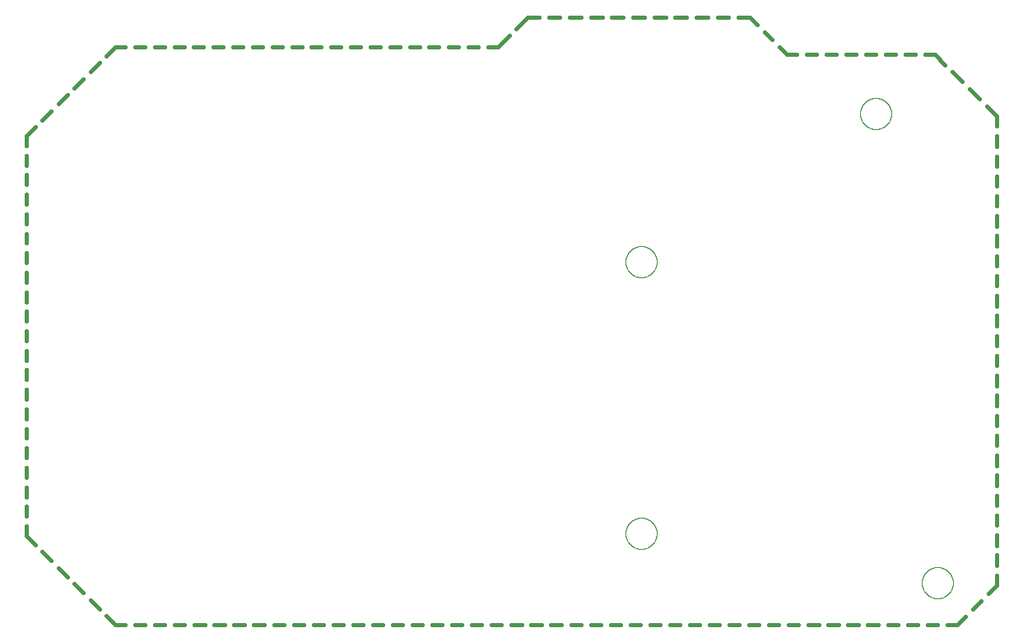
<source format=gbp>
G75*
%MOIN*%
%OFA0B0*%
%FSLAX25Y25*%
%IPPOS*%
%LPD*%
%AMOC8*
5,1,8,0,0,1.08239X$1,22.5*
%
%ADD10C,0.01600*%
%ADD11C,0.00000*%
D10*
X0083669Y0064144D02*
X0087349Y0060464D01*
X0090133Y0057680D02*
X0093813Y0054000D01*
X0097898Y0054000D01*
X0101835Y0054000D02*
X0105920Y0054000D01*
X0109857Y0054000D02*
X0113941Y0054000D01*
X0117878Y0054000D02*
X0121963Y0054000D01*
X0125900Y0054000D02*
X0129985Y0054000D01*
X0133922Y0054000D02*
X0138007Y0054000D01*
X0141944Y0054000D02*
X0146029Y0054000D01*
X0149966Y0054000D02*
X0154050Y0054000D01*
X0157987Y0054000D02*
X0162072Y0054000D01*
X0166009Y0054000D02*
X0170094Y0054000D01*
X0174031Y0054000D02*
X0178116Y0054000D01*
X0182053Y0054000D02*
X0186137Y0054000D01*
X0190074Y0054000D02*
X0194159Y0054000D01*
X0198096Y0054000D02*
X0202181Y0054000D01*
X0206118Y0054000D02*
X0210203Y0054000D01*
X0214140Y0054000D02*
X0218225Y0054000D01*
X0222162Y0054000D02*
X0226246Y0054000D01*
X0230183Y0054000D02*
X0234268Y0054000D01*
X0238205Y0054000D02*
X0242290Y0054000D01*
X0246227Y0054000D02*
X0250312Y0054000D01*
X0254249Y0054000D02*
X0258334Y0054000D01*
X0262271Y0054000D02*
X0266355Y0054000D01*
X0270292Y0054000D02*
X0274377Y0054000D01*
X0278314Y0054000D02*
X0282399Y0054000D01*
X0286336Y0054000D02*
X0290421Y0054000D01*
X0294358Y0054000D02*
X0298443Y0054000D01*
X0302380Y0054000D02*
X0306464Y0054000D01*
X0310401Y0054000D02*
X0314486Y0054000D01*
X0318423Y0054000D02*
X0322508Y0054000D01*
X0326445Y0054000D02*
X0330530Y0054000D01*
X0334467Y0054000D02*
X0338552Y0054000D01*
X0342489Y0054000D02*
X0346573Y0054000D01*
X0350510Y0054000D02*
X0354595Y0054000D01*
X0358532Y0054000D02*
X0362617Y0054000D01*
X0366554Y0054000D02*
X0370639Y0054000D01*
X0374576Y0054000D02*
X0378660Y0054000D01*
X0382597Y0054000D02*
X0386682Y0054000D01*
X0390619Y0054000D02*
X0394704Y0054000D01*
X0398641Y0054000D02*
X0402726Y0054000D01*
X0406663Y0054000D02*
X0410748Y0054000D01*
X0414685Y0054000D02*
X0418769Y0054000D01*
X0422706Y0054000D02*
X0426791Y0054000D01*
X0430728Y0054000D02*
X0434813Y0054000D01*
X0438290Y0057477D01*
X0441074Y0060261D02*
X0444552Y0063739D01*
X0447336Y0066523D02*
X0450813Y0070000D01*
X0450813Y0074144D01*
X0450813Y0078081D02*
X0450813Y0082224D01*
X0450813Y0086161D02*
X0450813Y0090305D01*
X0450813Y0094242D02*
X0450813Y0098386D01*
X0450813Y0102323D02*
X0450813Y0106467D01*
X0450813Y0110404D02*
X0450813Y0114547D01*
X0450813Y0118484D02*
X0450813Y0122628D01*
X0450813Y0126565D02*
X0450813Y0130709D01*
X0450813Y0134646D02*
X0450813Y0138789D01*
X0450813Y0142726D02*
X0450813Y0146870D01*
X0450813Y0150807D02*
X0450813Y0154951D01*
X0450813Y0158888D02*
X0450813Y0163031D01*
X0450813Y0166969D02*
X0450813Y0171112D01*
X0450813Y0175049D02*
X0450813Y0179193D01*
X0450813Y0183130D02*
X0450813Y0187274D01*
X0450813Y0191211D02*
X0450813Y0195354D01*
X0450813Y0199291D02*
X0450813Y0203435D01*
X0450813Y0207372D02*
X0450813Y0211516D01*
X0450813Y0215453D02*
X0450813Y0219596D01*
X0450813Y0223533D02*
X0450813Y0227677D01*
X0450813Y0231614D02*
X0450813Y0235758D01*
X0450813Y0239695D02*
X0450813Y0243839D01*
X0450813Y0247776D02*
X0450813Y0251919D01*
X0450813Y0255856D02*
X0450813Y0260000D01*
X0446651Y0264162D01*
X0443867Y0266946D02*
X0439705Y0271108D01*
X0436921Y0273892D02*
X0432759Y0278054D01*
X0429975Y0280838D02*
X0425813Y0285000D01*
X0421758Y0285000D01*
X0417821Y0285000D02*
X0413766Y0285000D01*
X0409829Y0285000D02*
X0405774Y0285000D01*
X0401837Y0285000D02*
X0397782Y0285000D01*
X0393845Y0285000D02*
X0389789Y0285000D01*
X0385852Y0285000D02*
X0381797Y0285000D01*
X0377860Y0285000D02*
X0373805Y0285000D01*
X0369868Y0285000D02*
X0365813Y0285000D01*
X0362669Y0288144D01*
X0359885Y0290928D02*
X0356741Y0294072D01*
X0353957Y0296856D02*
X0350813Y0300000D01*
X0346210Y0300000D01*
X0342273Y0300000D02*
X0337671Y0300000D01*
X0333734Y0300000D02*
X0329131Y0300000D01*
X0325194Y0300000D02*
X0320591Y0300000D01*
X0316654Y0300000D02*
X0312051Y0300000D01*
X0308114Y0300000D02*
X0303512Y0300000D01*
X0299575Y0300000D02*
X0294972Y0300000D01*
X0291035Y0300000D02*
X0286432Y0300000D01*
X0282495Y0300000D02*
X0277892Y0300000D01*
X0273955Y0300000D02*
X0269353Y0300000D01*
X0265416Y0300000D02*
X0260813Y0300000D01*
X0256205Y0295392D01*
X0253421Y0292608D02*
X0248813Y0288000D01*
X0244803Y0288000D01*
X0240866Y0288000D02*
X0236856Y0288000D01*
X0232919Y0288000D02*
X0228909Y0288000D01*
X0224972Y0288000D02*
X0220963Y0288000D01*
X0217026Y0288000D02*
X0213016Y0288000D01*
X0209079Y0288000D02*
X0205069Y0288000D01*
X0201132Y0288000D02*
X0197122Y0288000D01*
X0193185Y0288000D02*
X0189175Y0288000D01*
X0185238Y0288000D02*
X0181228Y0288000D01*
X0177291Y0288000D02*
X0173282Y0288000D01*
X0169345Y0288000D02*
X0165335Y0288000D01*
X0161398Y0288000D02*
X0157388Y0288000D01*
X0153451Y0288000D02*
X0149441Y0288000D01*
X0145504Y0288000D02*
X0141494Y0288000D01*
X0137557Y0288000D02*
X0133547Y0288000D01*
X0129610Y0288000D02*
X0125600Y0288000D01*
X0121663Y0288000D02*
X0117654Y0288000D01*
X0113717Y0288000D02*
X0109707Y0288000D01*
X0105770Y0288000D02*
X0101760Y0288000D01*
X0097823Y0288000D02*
X0093813Y0288000D01*
X0090133Y0284320D01*
X0087349Y0281536D02*
X0083669Y0277856D01*
X0080885Y0275072D02*
X0077205Y0271392D01*
X0074421Y0268608D02*
X0070741Y0264928D01*
X0067957Y0262144D02*
X0064277Y0258464D01*
X0061493Y0255680D02*
X0057813Y0252000D01*
X0057813Y0248035D01*
X0057813Y0244098D02*
X0057813Y0240133D01*
X0057813Y0236196D02*
X0057813Y0232232D01*
X0057813Y0228295D02*
X0057813Y0224330D01*
X0057813Y0220393D02*
X0057813Y0216428D01*
X0057813Y0212491D02*
X0057813Y0208526D01*
X0057813Y0204589D02*
X0057813Y0200625D01*
X0057813Y0196688D02*
X0057813Y0192723D01*
X0057813Y0188786D02*
X0057813Y0184821D01*
X0057813Y0180884D02*
X0057813Y0176919D01*
X0057813Y0172982D02*
X0057813Y0169018D01*
X0057813Y0165081D02*
X0057813Y0161116D01*
X0057813Y0157179D02*
X0057813Y0153214D01*
X0057813Y0149277D02*
X0057813Y0145312D01*
X0057813Y0141375D02*
X0057813Y0137411D01*
X0057813Y0133474D02*
X0057813Y0129509D01*
X0057813Y0125572D02*
X0057813Y0121607D01*
X0057813Y0117670D02*
X0057813Y0113705D01*
X0057813Y0109768D02*
X0057813Y0105804D01*
X0057813Y0101867D02*
X0057813Y0097902D01*
X0057813Y0093965D02*
X0057813Y0090000D01*
X0061493Y0086320D01*
X0064277Y0083536D02*
X0067957Y0079856D01*
X0070741Y0077072D02*
X0074421Y0073392D01*
X0077205Y0070608D02*
X0080885Y0066928D01*
D11*
X0300514Y0091000D02*
X0300516Y0091158D01*
X0300522Y0091316D01*
X0300532Y0091474D01*
X0300546Y0091632D01*
X0300564Y0091789D01*
X0300585Y0091946D01*
X0300611Y0092102D01*
X0300641Y0092258D01*
X0300674Y0092413D01*
X0300712Y0092566D01*
X0300753Y0092719D01*
X0300798Y0092871D01*
X0300847Y0093022D01*
X0300900Y0093171D01*
X0300956Y0093319D01*
X0301016Y0093465D01*
X0301080Y0093610D01*
X0301148Y0093753D01*
X0301219Y0093895D01*
X0301293Y0094035D01*
X0301371Y0094172D01*
X0301453Y0094308D01*
X0301537Y0094442D01*
X0301626Y0094573D01*
X0301717Y0094702D01*
X0301812Y0094829D01*
X0301909Y0094954D01*
X0302010Y0095076D01*
X0302114Y0095195D01*
X0302221Y0095312D01*
X0302331Y0095426D01*
X0302444Y0095537D01*
X0302559Y0095646D01*
X0302677Y0095751D01*
X0302798Y0095853D01*
X0302921Y0095953D01*
X0303047Y0096049D01*
X0303175Y0096142D01*
X0303305Y0096232D01*
X0303438Y0096318D01*
X0303573Y0096402D01*
X0303709Y0096481D01*
X0303848Y0096558D01*
X0303989Y0096630D01*
X0304131Y0096700D01*
X0304275Y0096765D01*
X0304421Y0096827D01*
X0304568Y0096885D01*
X0304717Y0096940D01*
X0304867Y0096991D01*
X0305018Y0097038D01*
X0305170Y0097081D01*
X0305323Y0097120D01*
X0305478Y0097156D01*
X0305633Y0097187D01*
X0305789Y0097215D01*
X0305945Y0097239D01*
X0306102Y0097259D01*
X0306260Y0097275D01*
X0306417Y0097287D01*
X0306576Y0097295D01*
X0306734Y0097299D01*
X0306892Y0097299D01*
X0307050Y0097295D01*
X0307209Y0097287D01*
X0307366Y0097275D01*
X0307524Y0097259D01*
X0307681Y0097239D01*
X0307837Y0097215D01*
X0307993Y0097187D01*
X0308148Y0097156D01*
X0308303Y0097120D01*
X0308456Y0097081D01*
X0308608Y0097038D01*
X0308759Y0096991D01*
X0308909Y0096940D01*
X0309058Y0096885D01*
X0309205Y0096827D01*
X0309351Y0096765D01*
X0309495Y0096700D01*
X0309637Y0096630D01*
X0309778Y0096558D01*
X0309917Y0096481D01*
X0310053Y0096402D01*
X0310188Y0096318D01*
X0310321Y0096232D01*
X0310451Y0096142D01*
X0310579Y0096049D01*
X0310705Y0095953D01*
X0310828Y0095853D01*
X0310949Y0095751D01*
X0311067Y0095646D01*
X0311182Y0095537D01*
X0311295Y0095426D01*
X0311405Y0095312D01*
X0311512Y0095195D01*
X0311616Y0095076D01*
X0311717Y0094954D01*
X0311814Y0094829D01*
X0311909Y0094702D01*
X0312000Y0094573D01*
X0312089Y0094442D01*
X0312173Y0094308D01*
X0312255Y0094172D01*
X0312333Y0094035D01*
X0312407Y0093895D01*
X0312478Y0093753D01*
X0312546Y0093610D01*
X0312610Y0093465D01*
X0312670Y0093319D01*
X0312726Y0093171D01*
X0312779Y0093022D01*
X0312828Y0092871D01*
X0312873Y0092719D01*
X0312914Y0092566D01*
X0312952Y0092413D01*
X0312985Y0092258D01*
X0313015Y0092102D01*
X0313041Y0091946D01*
X0313062Y0091789D01*
X0313080Y0091632D01*
X0313094Y0091474D01*
X0313104Y0091316D01*
X0313110Y0091158D01*
X0313112Y0091000D01*
X0313110Y0090842D01*
X0313104Y0090684D01*
X0313094Y0090526D01*
X0313080Y0090368D01*
X0313062Y0090211D01*
X0313041Y0090054D01*
X0313015Y0089898D01*
X0312985Y0089742D01*
X0312952Y0089587D01*
X0312914Y0089434D01*
X0312873Y0089281D01*
X0312828Y0089129D01*
X0312779Y0088978D01*
X0312726Y0088829D01*
X0312670Y0088681D01*
X0312610Y0088535D01*
X0312546Y0088390D01*
X0312478Y0088247D01*
X0312407Y0088105D01*
X0312333Y0087965D01*
X0312255Y0087828D01*
X0312173Y0087692D01*
X0312089Y0087558D01*
X0312000Y0087427D01*
X0311909Y0087298D01*
X0311814Y0087171D01*
X0311717Y0087046D01*
X0311616Y0086924D01*
X0311512Y0086805D01*
X0311405Y0086688D01*
X0311295Y0086574D01*
X0311182Y0086463D01*
X0311067Y0086354D01*
X0310949Y0086249D01*
X0310828Y0086147D01*
X0310705Y0086047D01*
X0310579Y0085951D01*
X0310451Y0085858D01*
X0310321Y0085768D01*
X0310188Y0085682D01*
X0310053Y0085598D01*
X0309917Y0085519D01*
X0309778Y0085442D01*
X0309637Y0085370D01*
X0309495Y0085300D01*
X0309351Y0085235D01*
X0309205Y0085173D01*
X0309058Y0085115D01*
X0308909Y0085060D01*
X0308759Y0085009D01*
X0308608Y0084962D01*
X0308456Y0084919D01*
X0308303Y0084880D01*
X0308148Y0084844D01*
X0307993Y0084813D01*
X0307837Y0084785D01*
X0307681Y0084761D01*
X0307524Y0084741D01*
X0307366Y0084725D01*
X0307209Y0084713D01*
X0307050Y0084705D01*
X0306892Y0084701D01*
X0306734Y0084701D01*
X0306576Y0084705D01*
X0306417Y0084713D01*
X0306260Y0084725D01*
X0306102Y0084741D01*
X0305945Y0084761D01*
X0305789Y0084785D01*
X0305633Y0084813D01*
X0305478Y0084844D01*
X0305323Y0084880D01*
X0305170Y0084919D01*
X0305018Y0084962D01*
X0304867Y0085009D01*
X0304717Y0085060D01*
X0304568Y0085115D01*
X0304421Y0085173D01*
X0304275Y0085235D01*
X0304131Y0085300D01*
X0303989Y0085370D01*
X0303848Y0085442D01*
X0303709Y0085519D01*
X0303573Y0085598D01*
X0303438Y0085682D01*
X0303305Y0085768D01*
X0303175Y0085858D01*
X0303047Y0085951D01*
X0302921Y0086047D01*
X0302798Y0086147D01*
X0302677Y0086249D01*
X0302559Y0086354D01*
X0302444Y0086463D01*
X0302331Y0086574D01*
X0302221Y0086688D01*
X0302114Y0086805D01*
X0302010Y0086924D01*
X0301909Y0087046D01*
X0301812Y0087171D01*
X0301717Y0087298D01*
X0301626Y0087427D01*
X0301537Y0087558D01*
X0301453Y0087692D01*
X0301371Y0087828D01*
X0301293Y0087965D01*
X0301219Y0088105D01*
X0301148Y0088247D01*
X0301080Y0088390D01*
X0301016Y0088535D01*
X0300956Y0088681D01*
X0300900Y0088829D01*
X0300847Y0088978D01*
X0300798Y0089129D01*
X0300753Y0089281D01*
X0300712Y0089434D01*
X0300674Y0089587D01*
X0300641Y0089742D01*
X0300611Y0089898D01*
X0300585Y0090054D01*
X0300564Y0090211D01*
X0300546Y0090368D01*
X0300532Y0090526D01*
X0300522Y0090684D01*
X0300516Y0090842D01*
X0300514Y0091000D01*
X0420514Y0071000D02*
X0420516Y0071158D01*
X0420522Y0071316D01*
X0420532Y0071474D01*
X0420546Y0071632D01*
X0420564Y0071789D01*
X0420585Y0071946D01*
X0420611Y0072102D01*
X0420641Y0072258D01*
X0420674Y0072413D01*
X0420712Y0072566D01*
X0420753Y0072719D01*
X0420798Y0072871D01*
X0420847Y0073022D01*
X0420900Y0073171D01*
X0420956Y0073319D01*
X0421016Y0073465D01*
X0421080Y0073610D01*
X0421148Y0073753D01*
X0421219Y0073895D01*
X0421293Y0074035D01*
X0421371Y0074172D01*
X0421453Y0074308D01*
X0421537Y0074442D01*
X0421626Y0074573D01*
X0421717Y0074702D01*
X0421812Y0074829D01*
X0421909Y0074954D01*
X0422010Y0075076D01*
X0422114Y0075195D01*
X0422221Y0075312D01*
X0422331Y0075426D01*
X0422444Y0075537D01*
X0422559Y0075646D01*
X0422677Y0075751D01*
X0422798Y0075853D01*
X0422921Y0075953D01*
X0423047Y0076049D01*
X0423175Y0076142D01*
X0423305Y0076232D01*
X0423438Y0076318D01*
X0423573Y0076402D01*
X0423709Y0076481D01*
X0423848Y0076558D01*
X0423989Y0076630D01*
X0424131Y0076700D01*
X0424275Y0076765D01*
X0424421Y0076827D01*
X0424568Y0076885D01*
X0424717Y0076940D01*
X0424867Y0076991D01*
X0425018Y0077038D01*
X0425170Y0077081D01*
X0425323Y0077120D01*
X0425478Y0077156D01*
X0425633Y0077187D01*
X0425789Y0077215D01*
X0425945Y0077239D01*
X0426102Y0077259D01*
X0426260Y0077275D01*
X0426417Y0077287D01*
X0426576Y0077295D01*
X0426734Y0077299D01*
X0426892Y0077299D01*
X0427050Y0077295D01*
X0427209Y0077287D01*
X0427366Y0077275D01*
X0427524Y0077259D01*
X0427681Y0077239D01*
X0427837Y0077215D01*
X0427993Y0077187D01*
X0428148Y0077156D01*
X0428303Y0077120D01*
X0428456Y0077081D01*
X0428608Y0077038D01*
X0428759Y0076991D01*
X0428909Y0076940D01*
X0429058Y0076885D01*
X0429205Y0076827D01*
X0429351Y0076765D01*
X0429495Y0076700D01*
X0429637Y0076630D01*
X0429778Y0076558D01*
X0429917Y0076481D01*
X0430053Y0076402D01*
X0430188Y0076318D01*
X0430321Y0076232D01*
X0430451Y0076142D01*
X0430579Y0076049D01*
X0430705Y0075953D01*
X0430828Y0075853D01*
X0430949Y0075751D01*
X0431067Y0075646D01*
X0431182Y0075537D01*
X0431295Y0075426D01*
X0431405Y0075312D01*
X0431512Y0075195D01*
X0431616Y0075076D01*
X0431717Y0074954D01*
X0431814Y0074829D01*
X0431909Y0074702D01*
X0432000Y0074573D01*
X0432089Y0074442D01*
X0432173Y0074308D01*
X0432255Y0074172D01*
X0432333Y0074035D01*
X0432407Y0073895D01*
X0432478Y0073753D01*
X0432546Y0073610D01*
X0432610Y0073465D01*
X0432670Y0073319D01*
X0432726Y0073171D01*
X0432779Y0073022D01*
X0432828Y0072871D01*
X0432873Y0072719D01*
X0432914Y0072566D01*
X0432952Y0072413D01*
X0432985Y0072258D01*
X0433015Y0072102D01*
X0433041Y0071946D01*
X0433062Y0071789D01*
X0433080Y0071632D01*
X0433094Y0071474D01*
X0433104Y0071316D01*
X0433110Y0071158D01*
X0433112Y0071000D01*
X0433110Y0070842D01*
X0433104Y0070684D01*
X0433094Y0070526D01*
X0433080Y0070368D01*
X0433062Y0070211D01*
X0433041Y0070054D01*
X0433015Y0069898D01*
X0432985Y0069742D01*
X0432952Y0069587D01*
X0432914Y0069434D01*
X0432873Y0069281D01*
X0432828Y0069129D01*
X0432779Y0068978D01*
X0432726Y0068829D01*
X0432670Y0068681D01*
X0432610Y0068535D01*
X0432546Y0068390D01*
X0432478Y0068247D01*
X0432407Y0068105D01*
X0432333Y0067965D01*
X0432255Y0067828D01*
X0432173Y0067692D01*
X0432089Y0067558D01*
X0432000Y0067427D01*
X0431909Y0067298D01*
X0431814Y0067171D01*
X0431717Y0067046D01*
X0431616Y0066924D01*
X0431512Y0066805D01*
X0431405Y0066688D01*
X0431295Y0066574D01*
X0431182Y0066463D01*
X0431067Y0066354D01*
X0430949Y0066249D01*
X0430828Y0066147D01*
X0430705Y0066047D01*
X0430579Y0065951D01*
X0430451Y0065858D01*
X0430321Y0065768D01*
X0430188Y0065682D01*
X0430053Y0065598D01*
X0429917Y0065519D01*
X0429778Y0065442D01*
X0429637Y0065370D01*
X0429495Y0065300D01*
X0429351Y0065235D01*
X0429205Y0065173D01*
X0429058Y0065115D01*
X0428909Y0065060D01*
X0428759Y0065009D01*
X0428608Y0064962D01*
X0428456Y0064919D01*
X0428303Y0064880D01*
X0428148Y0064844D01*
X0427993Y0064813D01*
X0427837Y0064785D01*
X0427681Y0064761D01*
X0427524Y0064741D01*
X0427366Y0064725D01*
X0427209Y0064713D01*
X0427050Y0064705D01*
X0426892Y0064701D01*
X0426734Y0064701D01*
X0426576Y0064705D01*
X0426417Y0064713D01*
X0426260Y0064725D01*
X0426102Y0064741D01*
X0425945Y0064761D01*
X0425789Y0064785D01*
X0425633Y0064813D01*
X0425478Y0064844D01*
X0425323Y0064880D01*
X0425170Y0064919D01*
X0425018Y0064962D01*
X0424867Y0065009D01*
X0424717Y0065060D01*
X0424568Y0065115D01*
X0424421Y0065173D01*
X0424275Y0065235D01*
X0424131Y0065300D01*
X0423989Y0065370D01*
X0423848Y0065442D01*
X0423709Y0065519D01*
X0423573Y0065598D01*
X0423438Y0065682D01*
X0423305Y0065768D01*
X0423175Y0065858D01*
X0423047Y0065951D01*
X0422921Y0066047D01*
X0422798Y0066147D01*
X0422677Y0066249D01*
X0422559Y0066354D01*
X0422444Y0066463D01*
X0422331Y0066574D01*
X0422221Y0066688D01*
X0422114Y0066805D01*
X0422010Y0066924D01*
X0421909Y0067046D01*
X0421812Y0067171D01*
X0421717Y0067298D01*
X0421626Y0067427D01*
X0421537Y0067558D01*
X0421453Y0067692D01*
X0421371Y0067828D01*
X0421293Y0067965D01*
X0421219Y0068105D01*
X0421148Y0068247D01*
X0421080Y0068390D01*
X0421016Y0068535D01*
X0420956Y0068681D01*
X0420900Y0068829D01*
X0420847Y0068978D01*
X0420798Y0069129D01*
X0420753Y0069281D01*
X0420712Y0069434D01*
X0420674Y0069587D01*
X0420641Y0069742D01*
X0420611Y0069898D01*
X0420585Y0070054D01*
X0420564Y0070211D01*
X0420546Y0070368D01*
X0420532Y0070526D01*
X0420522Y0070684D01*
X0420516Y0070842D01*
X0420514Y0071000D01*
X0300514Y0201000D02*
X0300516Y0201158D01*
X0300522Y0201316D01*
X0300532Y0201474D01*
X0300546Y0201632D01*
X0300564Y0201789D01*
X0300585Y0201946D01*
X0300611Y0202102D01*
X0300641Y0202258D01*
X0300674Y0202413D01*
X0300712Y0202566D01*
X0300753Y0202719D01*
X0300798Y0202871D01*
X0300847Y0203022D01*
X0300900Y0203171D01*
X0300956Y0203319D01*
X0301016Y0203465D01*
X0301080Y0203610D01*
X0301148Y0203753D01*
X0301219Y0203895D01*
X0301293Y0204035D01*
X0301371Y0204172D01*
X0301453Y0204308D01*
X0301537Y0204442D01*
X0301626Y0204573D01*
X0301717Y0204702D01*
X0301812Y0204829D01*
X0301909Y0204954D01*
X0302010Y0205076D01*
X0302114Y0205195D01*
X0302221Y0205312D01*
X0302331Y0205426D01*
X0302444Y0205537D01*
X0302559Y0205646D01*
X0302677Y0205751D01*
X0302798Y0205853D01*
X0302921Y0205953D01*
X0303047Y0206049D01*
X0303175Y0206142D01*
X0303305Y0206232D01*
X0303438Y0206318D01*
X0303573Y0206402D01*
X0303709Y0206481D01*
X0303848Y0206558D01*
X0303989Y0206630D01*
X0304131Y0206700D01*
X0304275Y0206765D01*
X0304421Y0206827D01*
X0304568Y0206885D01*
X0304717Y0206940D01*
X0304867Y0206991D01*
X0305018Y0207038D01*
X0305170Y0207081D01*
X0305323Y0207120D01*
X0305478Y0207156D01*
X0305633Y0207187D01*
X0305789Y0207215D01*
X0305945Y0207239D01*
X0306102Y0207259D01*
X0306260Y0207275D01*
X0306417Y0207287D01*
X0306576Y0207295D01*
X0306734Y0207299D01*
X0306892Y0207299D01*
X0307050Y0207295D01*
X0307209Y0207287D01*
X0307366Y0207275D01*
X0307524Y0207259D01*
X0307681Y0207239D01*
X0307837Y0207215D01*
X0307993Y0207187D01*
X0308148Y0207156D01*
X0308303Y0207120D01*
X0308456Y0207081D01*
X0308608Y0207038D01*
X0308759Y0206991D01*
X0308909Y0206940D01*
X0309058Y0206885D01*
X0309205Y0206827D01*
X0309351Y0206765D01*
X0309495Y0206700D01*
X0309637Y0206630D01*
X0309778Y0206558D01*
X0309917Y0206481D01*
X0310053Y0206402D01*
X0310188Y0206318D01*
X0310321Y0206232D01*
X0310451Y0206142D01*
X0310579Y0206049D01*
X0310705Y0205953D01*
X0310828Y0205853D01*
X0310949Y0205751D01*
X0311067Y0205646D01*
X0311182Y0205537D01*
X0311295Y0205426D01*
X0311405Y0205312D01*
X0311512Y0205195D01*
X0311616Y0205076D01*
X0311717Y0204954D01*
X0311814Y0204829D01*
X0311909Y0204702D01*
X0312000Y0204573D01*
X0312089Y0204442D01*
X0312173Y0204308D01*
X0312255Y0204172D01*
X0312333Y0204035D01*
X0312407Y0203895D01*
X0312478Y0203753D01*
X0312546Y0203610D01*
X0312610Y0203465D01*
X0312670Y0203319D01*
X0312726Y0203171D01*
X0312779Y0203022D01*
X0312828Y0202871D01*
X0312873Y0202719D01*
X0312914Y0202566D01*
X0312952Y0202413D01*
X0312985Y0202258D01*
X0313015Y0202102D01*
X0313041Y0201946D01*
X0313062Y0201789D01*
X0313080Y0201632D01*
X0313094Y0201474D01*
X0313104Y0201316D01*
X0313110Y0201158D01*
X0313112Y0201000D01*
X0313110Y0200842D01*
X0313104Y0200684D01*
X0313094Y0200526D01*
X0313080Y0200368D01*
X0313062Y0200211D01*
X0313041Y0200054D01*
X0313015Y0199898D01*
X0312985Y0199742D01*
X0312952Y0199587D01*
X0312914Y0199434D01*
X0312873Y0199281D01*
X0312828Y0199129D01*
X0312779Y0198978D01*
X0312726Y0198829D01*
X0312670Y0198681D01*
X0312610Y0198535D01*
X0312546Y0198390D01*
X0312478Y0198247D01*
X0312407Y0198105D01*
X0312333Y0197965D01*
X0312255Y0197828D01*
X0312173Y0197692D01*
X0312089Y0197558D01*
X0312000Y0197427D01*
X0311909Y0197298D01*
X0311814Y0197171D01*
X0311717Y0197046D01*
X0311616Y0196924D01*
X0311512Y0196805D01*
X0311405Y0196688D01*
X0311295Y0196574D01*
X0311182Y0196463D01*
X0311067Y0196354D01*
X0310949Y0196249D01*
X0310828Y0196147D01*
X0310705Y0196047D01*
X0310579Y0195951D01*
X0310451Y0195858D01*
X0310321Y0195768D01*
X0310188Y0195682D01*
X0310053Y0195598D01*
X0309917Y0195519D01*
X0309778Y0195442D01*
X0309637Y0195370D01*
X0309495Y0195300D01*
X0309351Y0195235D01*
X0309205Y0195173D01*
X0309058Y0195115D01*
X0308909Y0195060D01*
X0308759Y0195009D01*
X0308608Y0194962D01*
X0308456Y0194919D01*
X0308303Y0194880D01*
X0308148Y0194844D01*
X0307993Y0194813D01*
X0307837Y0194785D01*
X0307681Y0194761D01*
X0307524Y0194741D01*
X0307366Y0194725D01*
X0307209Y0194713D01*
X0307050Y0194705D01*
X0306892Y0194701D01*
X0306734Y0194701D01*
X0306576Y0194705D01*
X0306417Y0194713D01*
X0306260Y0194725D01*
X0306102Y0194741D01*
X0305945Y0194761D01*
X0305789Y0194785D01*
X0305633Y0194813D01*
X0305478Y0194844D01*
X0305323Y0194880D01*
X0305170Y0194919D01*
X0305018Y0194962D01*
X0304867Y0195009D01*
X0304717Y0195060D01*
X0304568Y0195115D01*
X0304421Y0195173D01*
X0304275Y0195235D01*
X0304131Y0195300D01*
X0303989Y0195370D01*
X0303848Y0195442D01*
X0303709Y0195519D01*
X0303573Y0195598D01*
X0303438Y0195682D01*
X0303305Y0195768D01*
X0303175Y0195858D01*
X0303047Y0195951D01*
X0302921Y0196047D01*
X0302798Y0196147D01*
X0302677Y0196249D01*
X0302559Y0196354D01*
X0302444Y0196463D01*
X0302331Y0196574D01*
X0302221Y0196688D01*
X0302114Y0196805D01*
X0302010Y0196924D01*
X0301909Y0197046D01*
X0301812Y0197171D01*
X0301717Y0197298D01*
X0301626Y0197427D01*
X0301537Y0197558D01*
X0301453Y0197692D01*
X0301371Y0197828D01*
X0301293Y0197965D01*
X0301219Y0198105D01*
X0301148Y0198247D01*
X0301080Y0198390D01*
X0301016Y0198535D01*
X0300956Y0198681D01*
X0300900Y0198829D01*
X0300847Y0198978D01*
X0300798Y0199129D01*
X0300753Y0199281D01*
X0300712Y0199434D01*
X0300674Y0199587D01*
X0300641Y0199742D01*
X0300611Y0199898D01*
X0300585Y0200054D01*
X0300564Y0200211D01*
X0300546Y0200368D01*
X0300532Y0200526D01*
X0300522Y0200684D01*
X0300516Y0200842D01*
X0300514Y0201000D01*
X0395514Y0261000D02*
X0395516Y0261158D01*
X0395522Y0261316D01*
X0395532Y0261474D01*
X0395546Y0261632D01*
X0395564Y0261789D01*
X0395585Y0261946D01*
X0395611Y0262102D01*
X0395641Y0262258D01*
X0395674Y0262413D01*
X0395712Y0262566D01*
X0395753Y0262719D01*
X0395798Y0262871D01*
X0395847Y0263022D01*
X0395900Y0263171D01*
X0395956Y0263319D01*
X0396016Y0263465D01*
X0396080Y0263610D01*
X0396148Y0263753D01*
X0396219Y0263895D01*
X0396293Y0264035D01*
X0396371Y0264172D01*
X0396453Y0264308D01*
X0396537Y0264442D01*
X0396626Y0264573D01*
X0396717Y0264702D01*
X0396812Y0264829D01*
X0396909Y0264954D01*
X0397010Y0265076D01*
X0397114Y0265195D01*
X0397221Y0265312D01*
X0397331Y0265426D01*
X0397444Y0265537D01*
X0397559Y0265646D01*
X0397677Y0265751D01*
X0397798Y0265853D01*
X0397921Y0265953D01*
X0398047Y0266049D01*
X0398175Y0266142D01*
X0398305Y0266232D01*
X0398438Y0266318D01*
X0398573Y0266402D01*
X0398709Y0266481D01*
X0398848Y0266558D01*
X0398989Y0266630D01*
X0399131Y0266700D01*
X0399275Y0266765D01*
X0399421Y0266827D01*
X0399568Y0266885D01*
X0399717Y0266940D01*
X0399867Y0266991D01*
X0400018Y0267038D01*
X0400170Y0267081D01*
X0400323Y0267120D01*
X0400478Y0267156D01*
X0400633Y0267187D01*
X0400789Y0267215D01*
X0400945Y0267239D01*
X0401102Y0267259D01*
X0401260Y0267275D01*
X0401417Y0267287D01*
X0401576Y0267295D01*
X0401734Y0267299D01*
X0401892Y0267299D01*
X0402050Y0267295D01*
X0402209Y0267287D01*
X0402366Y0267275D01*
X0402524Y0267259D01*
X0402681Y0267239D01*
X0402837Y0267215D01*
X0402993Y0267187D01*
X0403148Y0267156D01*
X0403303Y0267120D01*
X0403456Y0267081D01*
X0403608Y0267038D01*
X0403759Y0266991D01*
X0403909Y0266940D01*
X0404058Y0266885D01*
X0404205Y0266827D01*
X0404351Y0266765D01*
X0404495Y0266700D01*
X0404637Y0266630D01*
X0404778Y0266558D01*
X0404917Y0266481D01*
X0405053Y0266402D01*
X0405188Y0266318D01*
X0405321Y0266232D01*
X0405451Y0266142D01*
X0405579Y0266049D01*
X0405705Y0265953D01*
X0405828Y0265853D01*
X0405949Y0265751D01*
X0406067Y0265646D01*
X0406182Y0265537D01*
X0406295Y0265426D01*
X0406405Y0265312D01*
X0406512Y0265195D01*
X0406616Y0265076D01*
X0406717Y0264954D01*
X0406814Y0264829D01*
X0406909Y0264702D01*
X0407000Y0264573D01*
X0407089Y0264442D01*
X0407173Y0264308D01*
X0407255Y0264172D01*
X0407333Y0264035D01*
X0407407Y0263895D01*
X0407478Y0263753D01*
X0407546Y0263610D01*
X0407610Y0263465D01*
X0407670Y0263319D01*
X0407726Y0263171D01*
X0407779Y0263022D01*
X0407828Y0262871D01*
X0407873Y0262719D01*
X0407914Y0262566D01*
X0407952Y0262413D01*
X0407985Y0262258D01*
X0408015Y0262102D01*
X0408041Y0261946D01*
X0408062Y0261789D01*
X0408080Y0261632D01*
X0408094Y0261474D01*
X0408104Y0261316D01*
X0408110Y0261158D01*
X0408112Y0261000D01*
X0408110Y0260842D01*
X0408104Y0260684D01*
X0408094Y0260526D01*
X0408080Y0260368D01*
X0408062Y0260211D01*
X0408041Y0260054D01*
X0408015Y0259898D01*
X0407985Y0259742D01*
X0407952Y0259587D01*
X0407914Y0259434D01*
X0407873Y0259281D01*
X0407828Y0259129D01*
X0407779Y0258978D01*
X0407726Y0258829D01*
X0407670Y0258681D01*
X0407610Y0258535D01*
X0407546Y0258390D01*
X0407478Y0258247D01*
X0407407Y0258105D01*
X0407333Y0257965D01*
X0407255Y0257828D01*
X0407173Y0257692D01*
X0407089Y0257558D01*
X0407000Y0257427D01*
X0406909Y0257298D01*
X0406814Y0257171D01*
X0406717Y0257046D01*
X0406616Y0256924D01*
X0406512Y0256805D01*
X0406405Y0256688D01*
X0406295Y0256574D01*
X0406182Y0256463D01*
X0406067Y0256354D01*
X0405949Y0256249D01*
X0405828Y0256147D01*
X0405705Y0256047D01*
X0405579Y0255951D01*
X0405451Y0255858D01*
X0405321Y0255768D01*
X0405188Y0255682D01*
X0405053Y0255598D01*
X0404917Y0255519D01*
X0404778Y0255442D01*
X0404637Y0255370D01*
X0404495Y0255300D01*
X0404351Y0255235D01*
X0404205Y0255173D01*
X0404058Y0255115D01*
X0403909Y0255060D01*
X0403759Y0255009D01*
X0403608Y0254962D01*
X0403456Y0254919D01*
X0403303Y0254880D01*
X0403148Y0254844D01*
X0402993Y0254813D01*
X0402837Y0254785D01*
X0402681Y0254761D01*
X0402524Y0254741D01*
X0402366Y0254725D01*
X0402209Y0254713D01*
X0402050Y0254705D01*
X0401892Y0254701D01*
X0401734Y0254701D01*
X0401576Y0254705D01*
X0401417Y0254713D01*
X0401260Y0254725D01*
X0401102Y0254741D01*
X0400945Y0254761D01*
X0400789Y0254785D01*
X0400633Y0254813D01*
X0400478Y0254844D01*
X0400323Y0254880D01*
X0400170Y0254919D01*
X0400018Y0254962D01*
X0399867Y0255009D01*
X0399717Y0255060D01*
X0399568Y0255115D01*
X0399421Y0255173D01*
X0399275Y0255235D01*
X0399131Y0255300D01*
X0398989Y0255370D01*
X0398848Y0255442D01*
X0398709Y0255519D01*
X0398573Y0255598D01*
X0398438Y0255682D01*
X0398305Y0255768D01*
X0398175Y0255858D01*
X0398047Y0255951D01*
X0397921Y0256047D01*
X0397798Y0256147D01*
X0397677Y0256249D01*
X0397559Y0256354D01*
X0397444Y0256463D01*
X0397331Y0256574D01*
X0397221Y0256688D01*
X0397114Y0256805D01*
X0397010Y0256924D01*
X0396909Y0257046D01*
X0396812Y0257171D01*
X0396717Y0257298D01*
X0396626Y0257427D01*
X0396537Y0257558D01*
X0396453Y0257692D01*
X0396371Y0257828D01*
X0396293Y0257965D01*
X0396219Y0258105D01*
X0396148Y0258247D01*
X0396080Y0258390D01*
X0396016Y0258535D01*
X0395956Y0258681D01*
X0395900Y0258829D01*
X0395847Y0258978D01*
X0395798Y0259129D01*
X0395753Y0259281D01*
X0395712Y0259434D01*
X0395674Y0259587D01*
X0395641Y0259742D01*
X0395611Y0259898D01*
X0395585Y0260054D01*
X0395564Y0260211D01*
X0395546Y0260368D01*
X0395532Y0260526D01*
X0395522Y0260684D01*
X0395516Y0260842D01*
X0395514Y0261000D01*
M02*

</source>
